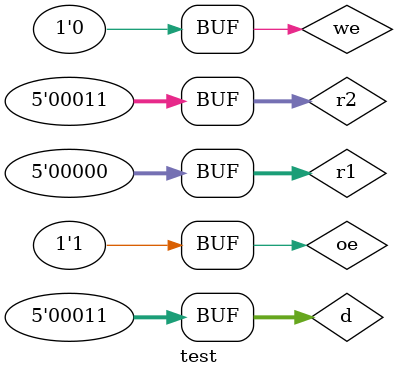
<source format=v>
`timescale 1ns / 1ps
module test();
 
    reg[4:0] d;
    reg we;
    reg oe;
    reg[4:0] r1;
    reg[4:0] r2;
    
    initial begin
        d = 5'b00011;
        we = 1'b0;
        oe = 1'b1;
        r1 = d & {5{we}};
        r2 = d & {5{oe}};
    end
endmodule

</source>
